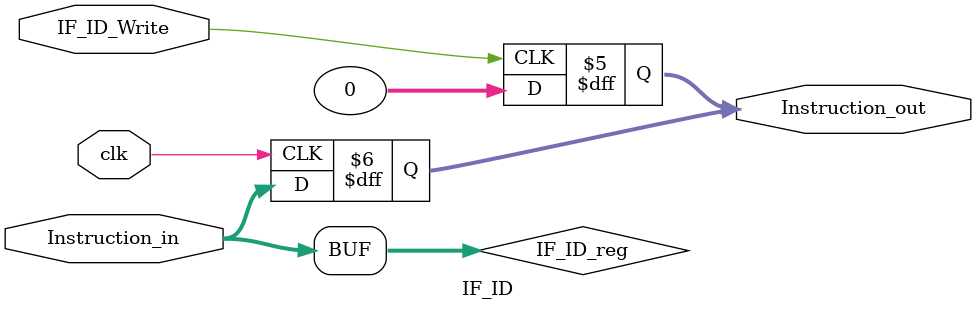
<source format=v>
module IF_ID(
 	input [31:0] Instruction_in,//input instruction
 	input clk,//clock
	input IF_ID_Write,//signal of Writing or not
 	output reg [31:0] Instruction_out//output instruction
);

reg [31:0] IF_ID_reg;//store instruction

always@(posedge clk)begin//let output data equal Register data 
	Instruction_out<=IF_ID_reg;
end
always@(Instruction_in)begin//read data in register
	IF_ID_reg<=Instruction_in;
end
always@(negedge IF_ID_Write)begin//let output equal 0
	Instruction_out<=32'd0;
end
initial begin
	IF_ID_reg=32'd0;
	Instruction_out=32'd0;
end
endmodule

</source>
